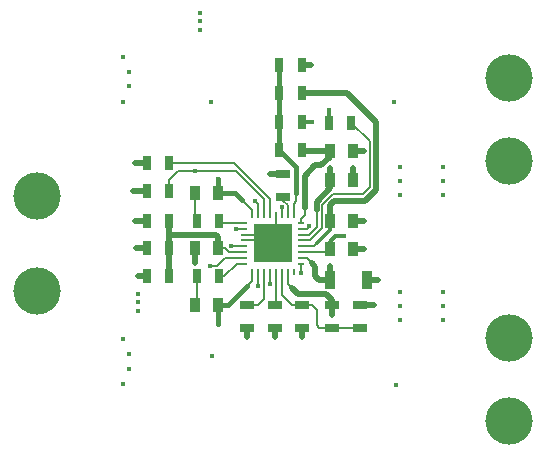
<source format=gbl>
G04 Layer_Physical_Order=6*
G04 Layer_Color=16711680*
%FSLAX44Y44*%
%MOMM*%
G71*
G01*
G75*
%ADD14C,0.5000*%
%ADD15C,0.3000*%
%ADD16C,4.0000*%
%ADD17C,0.4500*%
%ADD23C,0.1500*%
%ADD24R,0.9000X1.3000*%
%ADD25R,0.7000X1.3000*%
%ADD26R,0.9000X1.6000*%
%ADD27R,1.3000X0.7000*%
%ADD28R,3.3000X3.3000*%
%ADD29R,0.2300X0.6000*%
%ADD30R,0.6000X0.2300*%
%ADD31C,0.2000*%
%ADD32C,0.4000*%
D14*
X162500Y222000D02*
Y257000D01*
X286000Y222000D02*
Y230000D01*
Y222000D02*
X289000Y219000D01*
X283000Y233000D02*
X286000Y230000D01*
X133000Y318000D02*
X141500D01*
X132000Y294000D02*
X141500D01*
X134000Y246000D02*
X143500D01*
X133000Y269000D02*
X143500D01*
X317500Y304000D02*
Y313500D01*
X298500Y304000D02*
Y313500D01*
X298500Y323500D02*
Y328000D01*
X291000Y316000D02*
X298500Y323500D01*
X286000Y316000D02*
X291000D01*
X277000Y307000D02*
X286000Y316000D01*
X287000Y278000D02*
Y285000D01*
X298500Y296500D01*
Y304000D01*
X271000Y207000D02*
X295000D01*
X300000Y202000D01*
Y197500D02*
Y202000D01*
X266000Y212000D02*
X271000Y207000D01*
X266000Y212000D02*
Y212000D01*
X184500Y233500D02*
Y246000D01*
X298500Y219000D02*
Y230500D01*
X136000Y222000D02*
X143500D01*
X289000Y219000D02*
X298500D01*
X162500Y257000D02*
Y269000D01*
Y257000D02*
X202000D01*
X203500Y255500D01*
Y246000D02*
Y255500D01*
X248000Y308500D02*
X259000D01*
X277000Y280000D02*
Y307000D01*
X274500Y329000D02*
X275500Y328000D01*
X298500D01*
X313000Y377000D02*
X337000Y353000D01*
Y295000D02*
Y353000D01*
X328000Y286000D02*
X337000Y295000D01*
X275000Y171000D02*
Y178500D01*
X228000Y171000D02*
Y178500D01*
X228000Y178500D02*
X228000Y178500D01*
X274500Y401000D02*
X282000D01*
X317500Y269000D02*
X327000D01*
X317500Y269000D02*
X317500Y269000D01*
X324000Y197500D02*
X336000D01*
X317500Y245000D02*
X327000D01*
X329500Y219000D02*
X339000D01*
X317500Y328000D02*
X327000D01*
X300000Y189000D02*
Y197500D01*
X298500Y269000D02*
Y282500D01*
X302000Y286000D01*
X328000D01*
X274500Y377000D02*
X313000D01*
X252000Y171000D02*
Y178500D01*
X141500Y318000D02*
X142500Y319000D01*
D15*
X303000Y256000D02*
X310000D01*
X298500Y251500D02*
X303000Y256000D01*
X298500Y261500D02*
Y269000D01*
X287000Y250000D02*
X298500Y261500D01*
X143500Y269000D02*
X143500Y269000D01*
X142500Y319000D02*
X143500Y318000D01*
X142500Y293000D02*
X143500Y294000D01*
X143500Y269000D02*
X143500Y269000D01*
X297500Y352000D02*
Y362500D01*
X274500Y353000D02*
X283000D01*
X141500Y294000D02*
X142500Y293000D01*
D16*
X450000Y100000D02*
D03*
Y170000D02*
D03*
Y320000D02*
D03*
X50000Y290000D02*
D03*
X450000Y390000D02*
D03*
X50000Y210000D02*
D03*
D17*
X133000Y318000D02*
D03*
X132000Y294000D02*
D03*
X134000Y246000D02*
D03*
X133000Y269000D02*
D03*
X280999Y265000D02*
D03*
X128000Y144000D02*
D03*
Y156000D02*
D03*
Y383000D02*
D03*
Y395000D02*
D03*
X358000Y209000D02*
D03*
Y185000D02*
D03*
Y197000D02*
D03*
Y315000D02*
D03*
Y303000D02*
D03*
Y291000D02*
D03*
X317500Y313500D02*
D03*
X394000Y209000D02*
D03*
Y197000D02*
D03*
Y185000D02*
D03*
X188000Y431000D02*
D03*
Y438000D02*
D03*
Y445000D02*
D03*
X136000Y193000D02*
D03*
Y200000D02*
D03*
Y207000D02*
D03*
X394000Y291000D02*
D03*
Y303000D02*
D03*
Y315000D02*
D03*
X310000Y256000D02*
D03*
X298500Y313500D02*
D03*
X197000Y231000D02*
D03*
X184500Y233500D02*
D03*
X298500Y230500D02*
D03*
X136000Y222000D02*
D03*
X257500Y280500D02*
D03*
X241000Y260000D02*
D03*
X275000Y171000D02*
D03*
X228000D02*
D03*
X282000Y401000D02*
D03*
X327000Y269000D02*
D03*
X336000Y197500D02*
D03*
X327000Y245000D02*
D03*
X339000Y219000D02*
D03*
X274000Y225000D02*
D03*
X237500Y213500D02*
D03*
X123050Y169050D02*
D03*
X184000Y311000D02*
D03*
X203500Y304500D02*
D03*
X218500Y262500D02*
D03*
X248000Y308500D02*
D03*
X235000Y286000D02*
D03*
X198250Y155000D02*
D03*
X203500Y182000D02*
D03*
X214500Y247500D02*
D03*
X354000Y130000D02*
D03*
X241000Y240000D02*
D03*
X260000D02*
D03*
Y260000D02*
D03*
X327000Y328000D02*
D03*
X300000Y189000D02*
D03*
X252000Y171000D02*
D03*
X283000Y353000D02*
D03*
X297500Y362500D02*
D03*
X247500Y215500D02*
D03*
X123050Y130950D02*
D03*
X123050Y408050D02*
D03*
Y369950D02*
D03*
X198000D02*
D03*
X353000Y370000D02*
D03*
D23*
X301000Y292000D02*
X326000D01*
X291750Y282750D02*
X301000Y292000D01*
X291750Y262993D02*
Y282750D01*
X281257Y252500D02*
X291750Y262993D01*
X274000Y252500D02*
X281257D01*
X242500Y202500D02*
Y226000D01*
X237500Y197500D02*
X242500Y202500D01*
X228000Y197500D02*
X237500D01*
X214500Y247500D02*
X226000D01*
X316500Y352000D02*
X332000Y336500D01*
Y298000D02*
Y336500D01*
X326000Y292000D02*
X332000Y298000D01*
X255500Y401000D02*
X255500Y401000D01*
X184500Y270000D02*
X185500Y269000D01*
X162500Y222000D02*
X162500Y222000D01*
X247500Y215500D02*
Y226000D01*
D24*
X184500Y293000D02*
D03*
X203500D02*
D03*
X203500Y198000D02*
D03*
X184500D02*
D03*
X203500Y246000D02*
D03*
X184500D02*
D03*
X317500Y328000D02*
D03*
X298500D02*
D03*
X298500Y304000D02*
D03*
X317500D02*
D03*
X317500Y269000D02*
D03*
X298500D02*
D03*
X298500Y245000D02*
D03*
X317500D02*
D03*
D25*
X185500Y269000D02*
D03*
X204500D02*
D03*
X297500Y352000D02*
D03*
X316500D02*
D03*
X204500Y222000D02*
D03*
X185500D02*
D03*
X143500Y318000D02*
D03*
X162500D02*
D03*
X143500Y222000D02*
D03*
X162500D02*
D03*
X162500Y246000D02*
D03*
X143500D02*
D03*
X143500Y269000D02*
D03*
X162500D02*
D03*
X162500Y294000D02*
D03*
X143500D02*
D03*
X255500Y401000D02*
D03*
X274500D02*
D03*
X274500Y377000D02*
D03*
X255500D02*
D03*
X274500Y353000D02*
D03*
X255500D02*
D03*
X274500Y329000D02*
D03*
X255500D02*
D03*
D26*
X329500Y219000D02*
D03*
X298500D02*
D03*
D27*
X324000Y178500D02*
D03*
Y197500D02*
D03*
X300000Y197500D02*
D03*
Y178500D02*
D03*
X275000Y178500D02*
D03*
Y197500D02*
D03*
X252000Y197500D02*
D03*
Y178500D02*
D03*
X228000Y178500D02*
D03*
Y197500D02*
D03*
X259000Y308500D02*
D03*
Y289500D02*
D03*
D28*
X250000Y250000D02*
D03*
D29*
X267500Y274000D02*
D03*
X262500D02*
D03*
X257500D02*
D03*
X252500D02*
D03*
X247500D02*
D03*
X242500D02*
D03*
X237500D02*
D03*
X232500D02*
D03*
Y226000D02*
D03*
X237500D02*
D03*
X242500D02*
D03*
X247500D02*
D03*
X252500D02*
D03*
X257500D02*
D03*
X262500D02*
D03*
X267500D02*
D03*
D30*
X226000Y267500D02*
D03*
Y262500D02*
D03*
Y257500D02*
D03*
Y252500D02*
D03*
Y247500D02*
D03*
Y242500D02*
D03*
Y237500D02*
D03*
Y232500D02*
D03*
X274000D02*
D03*
Y237500D02*
D03*
Y242500D02*
D03*
Y247500D02*
D03*
Y252500D02*
D03*
Y257500D02*
D03*
Y262500D02*
D03*
Y267500D02*
D03*
D31*
X294500Y178000D02*
X324000D01*
X185500Y197500D02*
Y222000D01*
X203036Y231000D02*
X209536Y237500D01*
X197000Y231000D02*
X203036D01*
X209536Y237500D02*
X226000D01*
X217000Y318000D02*
X247500Y287500D01*
X162500Y318000D02*
X217000D01*
X247500Y274000D02*
Y287500D01*
X278499Y262500D02*
X280999Y265000D01*
X274000Y262500D02*
X278499D01*
X298500Y245000D02*
Y251500D01*
X287000Y264000D02*
Y278000D01*
X278500Y237500D02*
X283000Y233000D01*
X274000Y237500D02*
X278500D01*
X274000Y242500D02*
X296000D01*
X284500Y247500D02*
X287000Y250000D01*
X274000Y247500D02*
X284500D01*
X262500Y215500D02*
Y226000D01*
Y215500D02*
X266000Y212000D01*
X212782Y242500D02*
X226000D01*
X209282Y246000D02*
X212782Y242500D01*
X203500Y246000D02*
X209282D01*
X270000Y286000D02*
Y292750D01*
X267500Y283500D02*
X270000Y286000D01*
X267500Y274000D02*
Y283500D01*
X259000Y285718D02*
Y289500D01*
X262500Y274000D02*
Y282218D01*
X259000Y285718D02*
X262500Y282218D01*
X257500Y274000D02*
Y280500D01*
X250000Y250000D02*
X252500Y252500D01*
Y274000D01*
X277000D02*
Y280000D01*
X274000Y271000D02*
X277000Y274000D01*
X274000Y267500D02*
Y271000D01*
X296000Y242500D02*
X298500Y245000D01*
X280500Y257500D02*
X287000Y264000D01*
X274000Y257500D02*
X280500D01*
X242500D02*
X247500Y252500D01*
X250000Y250000D01*
X226000Y252500D02*
X247500D01*
X274000Y225000D02*
Y232500D01*
X232500Y218500D02*
Y226000D01*
X228000Y214000D02*
X232500Y218500D01*
X237500Y213500D02*
Y226000D01*
X184000Y311000D02*
X219000D01*
X170000D02*
X184000D01*
X162500Y303500D02*
X170000Y311000D01*
X162500Y294000D02*
Y303500D01*
X219000Y311000D02*
X242500Y287500D01*
X218500Y262500D02*
X226000D01*
X206000Y267500D02*
X226000D01*
X266500Y197500D02*
X275000D01*
X257500Y206500D02*
X266500Y197500D01*
X289500Y178500D02*
X300000D01*
X287000Y181000D02*
X289500Y178500D01*
X287000Y181000D02*
Y194000D01*
X283500Y197500D02*
X287000Y194000D01*
X275000Y197500D02*
X283500D01*
X204500Y222000D02*
X209000D01*
X219500Y232500D01*
X226000D01*
X204500Y269000D02*
X206000Y267500D01*
X242500Y274000D02*
Y287500D01*
X235000Y286000D02*
X237500Y283500D01*
X252000Y197500D02*
X252500Y198000D01*
Y226000D01*
X184500Y270000D02*
Y293000D01*
X257500Y206500D02*
Y226000D01*
X237500Y274000D02*
Y283500D01*
X224000Y287000D02*
X232500Y278500D01*
Y274000D02*
Y278500D01*
X226000Y257500D02*
X242500D01*
D32*
X203500Y182000D02*
Y198000D01*
X212000D02*
X228000Y214000D01*
X203500Y293000D02*
Y304500D01*
X203500Y198000D02*
X212000D01*
X255500Y329000D02*
Y353000D01*
Y377000D01*
Y401000D01*
X270000Y292750D02*
Y314500D01*
X255500Y329000D02*
X270000Y314500D01*
X203500Y293000D02*
X218000D01*
X224000Y287000D01*
M02*

</source>
